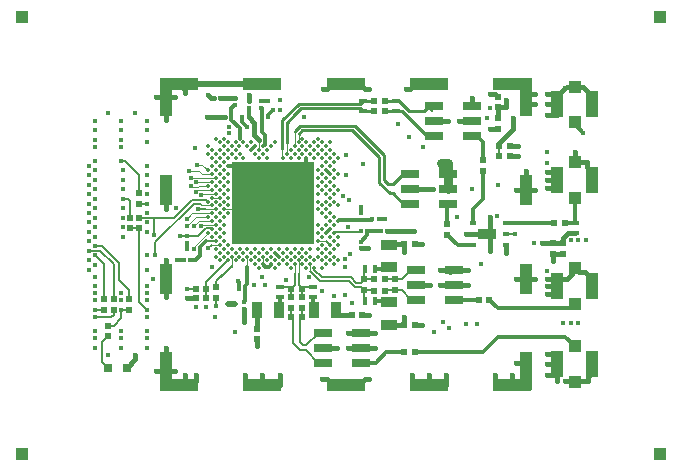
<source format=gtl>
G04 (created by PCBNEW (2013-07-07 BZR 4022)-stable) date 19/11/2015 00:50:25*
%MOIN*%
G04 Gerber Fmt 3.4, Leading zero omitted, Abs format*
%FSLAX34Y34*%
G01*
G70*
G90*
G04 APERTURE LIST*
%ADD10C,0.00590551*%
%ADD11R,0.0393701X0.0393701*%
%ADD12R,0.0413386X0.0866142*%
%ADD13R,0.0392X0.0392*%
%ADD14R,0.0195X0.0195*%
%ADD15R,0.0354X0.0551*%
%ADD16R,0.011811X0.0275591*%
%ADD17C,0.0137795*%
%ADD18R,0.275157X0.275157*%
%ADD19R,0.0137795X0.011811*%
%ADD20R,0.011811X0.0137795*%
%ADD21R,0.0551X0.0354*%
%ADD22R,0.0259X0.014*%
%ADD23R,0.014X0.0259*%
%ADD24R,0.0606299X0.0362205*%
%ADD25R,0.011811X0.015748*%
%ADD26R,0.023622X0.015748*%
%ADD27R,0.0649X0.0299*%
%ADD28R,0.129921X0.0393701*%
%ADD29R,0.0393701X0.129921*%
%ADD30R,0.0393701X0.102362*%
%ADD31R,0.0314X0.0314*%
%ADD32R,0.0649606X0.0299213*%
%ADD33C,0.015748*%
%ADD34C,0.015748*%
%ADD35C,0.011811*%
%ADD36C,0.019685*%
%ADD37C,0.00787402*%
%ADD38C,0.00393701*%
%ADD39C,0.0314961*%
%ADD40C,0.0129921*%
%ADD41C,0.00984252*%
G04 APERTURE END LIST*
G54D10*
G54D11*
X79448Y-50905D03*
X79448Y-52086D03*
G54D12*
X80029Y-51496D03*
X78868Y-51496D03*
G54D11*
X79448Y-48385D03*
X79448Y-49566D03*
G54D12*
X80029Y-48976D03*
X78868Y-48976D03*
G54D13*
X61023Y-60629D03*
X61023Y-46062D03*
X82283Y-60629D03*
X82283Y-46062D03*
G54D11*
X79448Y-58228D03*
X79448Y-57047D03*
G54D12*
X78868Y-57637D03*
X80029Y-57637D03*
G54D11*
X79448Y-54448D03*
X79448Y-55629D03*
G54D12*
X80029Y-55039D03*
X78868Y-55039D03*
G54D14*
X67165Y-55118D03*
X66811Y-55118D03*
G54D15*
X68837Y-55846D03*
X69587Y-55846D03*
X71497Y-55846D03*
X70747Y-55846D03*
G54D16*
X70346Y-51925D03*
X70523Y-51925D03*
X70169Y-51925D03*
X69992Y-51925D03*
X69283Y-51925D03*
X69460Y-51925D03*
X69814Y-51925D03*
X69637Y-51925D03*
X68220Y-51925D03*
X68397Y-51925D03*
X68574Y-51925D03*
X68751Y-51925D03*
X69106Y-51925D03*
X68929Y-51925D03*
X68929Y-51570D03*
X69106Y-51570D03*
X68751Y-51570D03*
X68574Y-51570D03*
X68397Y-51570D03*
X68220Y-51570D03*
X69637Y-51570D03*
X69814Y-51570D03*
X69460Y-51570D03*
X69283Y-51570D03*
X69992Y-51570D03*
X70169Y-51570D03*
X70523Y-51570D03*
X70346Y-51570D03*
X68929Y-51216D03*
X69106Y-51216D03*
X68751Y-51216D03*
X68574Y-51216D03*
X68397Y-51216D03*
X68220Y-51216D03*
X69637Y-51216D03*
X69814Y-51216D03*
X69460Y-51216D03*
X69283Y-51216D03*
X69992Y-51216D03*
X70169Y-51216D03*
X70523Y-51216D03*
X70346Y-51216D03*
X70346Y-52633D03*
X70523Y-52633D03*
X70169Y-52633D03*
X69992Y-52633D03*
X69283Y-52633D03*
X69460Y-52633D03*
X69814Y-52633D03*
X69637Y-52633D03*
X68220Y-52633D03*
X68397Y-52633D03*
X68574Y-52633D03*
X68751Y-52633D03*
X69106Y-52633D03*
X68929Y-52633D03*
X68929Y-52279D03*
X69106Y-52279D03*
X68751Y-52279D03*
X68574Y-52279D03*
X68397Y-52279D03*
X68220Y-52279D03*
X69637Y-52279D03*
X69814Y-52279D03*
X69460Y-52279D03*
X69283Y-52279D03*
X69992Y-52279D03*
X70169Y-52279D03*
X70523Y-52279D03*
X70346Y-52279D03*
X70346Y-52988D03*
X70523Y-52988D03*
X70169Y-52988D03*
X69992Y-52988D03*
X69283Y-52988D03*
X69460Y-52988D03*
X69814Y-52988D03*
X69637Y-52988D03*
X68220Y-52988D03*
X68397Y-52988D03*
X68574Y-52988D03*
X68751Y-52988D03*
X69106Y-52988D03*
X68929Y-52988D03*
X68929Y-53342D03*
X69106Y-53342D03*
X68751Y-53342D03*
X68574Y-53342D03*
X68397Y-53342D03*
X68220Y-53342D03*
X69637Y-53342D03*
X69814Y-53342D03*
X69460Y-53342D03*
X69283Y-53342D03*
X69992Y-53342D03*
X70169Y-53342D03*
G54D17*
X69187Y-50774D03*
X71285Y-50774D03*
X71547Y-50774D03*
X71022Y-50774D03*
X71416Y-50642D03*
X70760Y-50774D03*
X70498Y-50774D03*
X70236Y-50774D03*
X69974Y-50774D03*
X69711Y-50774D03*
X68925Y-50774D03*
X71285Y-50511D03*
X68400Y-50774D03*
X68138Y-50774D03*
X67876Y-50774D03*
X67614Y-50774D03*
X67351Y-50774D03*
X71153Y-50642D03*
X70891Y-50642D03*
X70629Y-50642D03*
X70367Y-50642D03*
X70105Y-50642D03*
X69842Y-50642D03*
X69056Y-50642D03*
X68794Y-50642D03*
X68269Y-50642D03*
X68007Y-50642D03*
X67745Y-50642D03*
X67483Y-50642D03*
X67220Y-50642D03*
X71022Y-50511D03*
X70760Y-50511D03*
X70498Y-50511D03*
X70236Y-50511D03*
X69974Y-50511D03*
X69187Y-50511D03*
X68925Y-50511D03*
X68662Y-50511D03*
X68138Y-50511D03*
X67876Y-50511D03*
X67614Y-50511D03*
X67351Y-50511D03*
X71152Y-50380D03*
X70890Y-50380D03*
X70628Y-50380D03*
X70366Y-50380D03*
X70103Y-50380D03*
X69317Y-50380D03*
X69055Y-50380D03*
X68792Y-50380D03*
X68530Y-50380D03*
X68268Y-50380D03*
X68006Y-50380D03*
X67744Y-50380D03*
X67219Y-50380D03*
X67483Y-50118D03*
X67745Y-50118D03*
X68269Y-50118D03*
X70367Y-50118D03*
X70891Y-50118D03*
X67614Y-50249D03*
X67876Y-50249D03*
X68138Y-50249D03*
X68400Y-50249D03*
X68662Y-50249D03*
X69449Y-50249D03*
X70236Y-50249D03*
X70498Y-50249D03*
X70760Y-50249D03*
X71022Y-50249D03*
X71285Y-50249D03*
X71285Y-51560D03*
X71022Y-51560D03*
X67876Y-51560D03*
X67614Y-51560D03*
X67351Y-51560D03*
X71416Y-51429D03*
X71153Y-51429D03*
X70891Y-51429D03*
X67745Y-51429D03*
X67483Y-51429D03*
X67219Y-51691D03*
X67481Y-51691D03*
X67744Y-51691D03*
X70890Y-51691D03*
X71152Y-51691D03*
X71414Y-51691D03*
X67351Y-51822D03*
X67614Y-51822D03*
X67876Y-51822D03*
X71022Y-51822D03*
X67483Y-51953D03*
X67745Y-51953D03*
X70891Y-51953D03*
X71153Y-51953D03*
X67351Y-52085D03*
X67614Y-52085D03*
X67876Y-52085D03*
X71285Y-51822D03*
X71416Y-51953D03*
X71285Y-52085D03*
X71547Y-51822D03*
X71285Y-51298D03*
X71547Y-51298D03*
X71022Y-51298D03*
X71416Y-51167D03*
X71285Y-51036D03*
X67876Y-51298D03*
X67614Y-51298D03*
X67351Y-51298D03*
X71153Y-51167D03*
X70891Y-51167D03*
X67745Y-51167D03*
X67483Y-51167D03*
X67220Y-51167D03*
X71022Y-51036D03*
X67876Y-51036D03*
X67614Y-51036D03*
X67351Y-51036D03*
X71414Y-50905D03*
X71152Y-50905D03*
X67744Y-50905D03*
X67481Y-50905D03*
X71547Y-52347D03*
X71285Y-52347D03*
X71022Y-52347D03*
X67876Y-52347D03*
X67614Y-52347D03*
X67351Y-52347D03*
X71416Y-52216D03*
X71153Y-52216D03*
X70891Y-52216D03*
X67745Y-52216D03*
X67483Y-52216D03*
X67220Y-52216D03*
X67481Y-52478D03*
X67744Y-52478D03*
X70890Y-52478D03*
X71152Y-52478D03*
X67351Y-52609D03*
X67614Y-52609D03*
X67876Y-52609D03*
X71022Y-52609D03*
X67220Y-52740D03*
X67483Y-52740D03*
X67745Y-52740D03*
X71153Y-52740D03*
X67351Y-52871D03*
X67614Y-52871D03*
X71285Y-52609D03*
X71416Y-52740D03*
X71547Y-52871D03*
X71285Y-52871D03*
X71547Y-53396D03*
X71285Y-53658D03*
X71547Y-53658D03*
X71022Y-53658D03*
X71416Y-53527D03*
X71285Y-53396D03*
X67876Y-53658D03*
X67614Y-53658D03*
X70891Y-53527D03*
X67745Y-53527D03*
X67483Y-53527D03*
X71022Y-53396D03*
X67614Y-53396D03*
X67351Y-53396D03*
X71414Y-53264D03*
X71152Y-53264D03*
X70890Y-53264D03*
X67744Y-53264D03*
X67481Y-53264D03*
X67219Y-53264D03*
X67483Y-53002D03*
X67745Y-53002D03*
X70891Y-53002D03*
X71153Y-53002D03*
X71416Y-53002D03*
X67351Y-53133D03*
X67614Y-53133D03*
X71022Y-53133D03*
X71285Y-53133D03*
X71285Y-53920D03*
X71022Y-53920D03*
X70498Y-53920D03*
X70236Y-53920D03*
X69974Y-53920D03*
X69711Y-53920D03*
X69449Y-53920D03*
X69187Y-53920D03*
X68925Y-53920D03*
X68662Y-53920D03*
X68400Y-53920D03*
X68138Y-53920D03*
X67876Y-53920D03*
X67614Y-53920D03*
X71416Y-53789D03*
X71153Y-53789D03*
X70891Y-53789D03*
X70629Y-53789D03*
X70367Y-53789D03*
X70105Y-53789D03*
X69842Y-53789D03*
X69580Y-53789D03*
X69318Y-53789D03*
X69056Y-53789D03*
X68794Y-53789D03*
X68531Y-53789D03*
X68269Y-53789D03*
X68007Y-53789D03*
X67745Y-53789D03*
X67483Y-53789D03*
X67481Y-54051D03*
X67744Y-54051D03*
X68006Y-54051D03*
X68268Y-54051D03*
X68530Y-54051D03*
X68792Y-54051D03*
X69055Y-54051D03*
X69317Y-54051D03*
X69579Y-54051D03*
X69841Y-54051D03*
X70103Y-54051D03*
X70366Y-54051D03*
X70628Y-54051D03*
X70890Y-54051D03*
X71152Y-54051D03*
X71414Y-54051D03*
X67614Y-54182D03*
X67876Y-54182D03*
X68138Y-54182D03*
X68400Y-54182D03*
X68662Y-54182D03*
X68925Y-54182D03*
X69187Y-54182D03*
X69449Y-54182D03*
X69711Y-54182D03*
X69974Y-54182D03*
X70236Y-54182D03*
X70498Y-54182D03*
X70760Y-54182D03*
X71022Y-54182D03*
X68794Y-54313D03*
X69056Y-54313D03*
X69318Y-54313D03*
X69580Y-54313D03*
X69842Y-54313D03*
X70105Y-54313D03*
X70367Y-54313D03*
X70629Y-54313D03*
X71153Y-54313D03*
X68925Y-54444D03*
X71285Y-54182D03*
X69449Y-54444D03*
X69974Y-54444D03*
X70498Y-54444D03*
X70760Y-54444D03*
X71416Y-54313D03*
X71022Y-54444D03*
X71547Y-54182D03*
G54D18*
X69372Y-52279D03*
G54D16*
X70523Y-53342D03*
X70346Y-53342D03*
G54D19*
X66515Y-53592D03*
X66515Y-53375D03*
G54D20*
X66407Y-54153D03*
X66624Y-54153D03*
X68356Y-49389D03*
X68572Y-49389D03*
X68454Y-55118D03*
X68238Y-55118D03*
X67411Y-48779D03*
X67627Y-48779D03*
G54D19*
X72303Y-53769D03*
X72303Y-53553D03*
X68129Y-48986D03*
X68129Y-48769D03*
G54D20*
X72903Y-52814D03*
X72687Y-52814D03*
G54D19*
X72322Y-52608D03*
X72322Y-52824D03*
G54D20*
X68001Y-49389D03*
X67785Y-49389D03*
G54D19*
X68996Y-49084D03*
X68996Y-48868D03*
G54D20*
X69005Y-49389D03*
X69222Y-49389D03*
X73198Y-53208D03*
X72982Y-53208D03*
G54D21*
X73248Y-53660D03*
X73248Y-54410D03*
X73248Y-56319D03*
X73248Y-55569D03*
G54D14*
X76870Y-49074D03*
X76870Y-48720D03*
X76870Y-49448D03*
X76870Y-49802D03*
X78760Y-52933D03*
X79114Y-52933D03*
X75196Y-52972D03*
X75196Y-53326D03*
X76377Y-50846D03*
X76377Y-51200D03*
X72765Y-54793D03*
X73119Y-54793D03*
X76240Y-55492D03*
X76594Y-55492D03*
G54D19*
X68582Y-49084D03*
X68582Y-48868D03*
G54D14*
X64921Y-53110D03*
X64921Y-52756D03*
G54D19*
X68405Y-55580D03*
X68405Y-55797D03*
G54D14*
X67500Y-55078D03*
X67500Y-55432D03*
X73760Y-53641D03*
X74114Y-53641D03*
X72431Y-55167D03*
X72431Y-54813D03*
X73454Y-55167D03*
X73454Y-54813D03*
X73760Y-56318D03*
X74114Y-56318D03*
X72765Y-55187D03*
X73119Y-55187D03*
X67165Y-55433D03*
X66811Y-55433D03*
X70354Y-55413D03*
X70354Y-55767D03*
X69980Y-55413D03*
X69980Y-55767D03*
X69990Y-56062D03*
X70344Y-56062D03*
X69990Y-55118D03*
X70344Y-55118D03*
X73760Y-57244D03*
X74114Y-57244D03*
X72008Y-55984D03*
X72362Y-55984D03*
X68838Y-56456D03*
X68838Y-56810D03*
G54D20*
X72312Y-53208D03*
X72529Y-53208D03*
G54D22*
X70708Y-55406D03*
X70708Y-55066D03*
G54D23*
X72778Y-55521D03*
X72438Y-55521D03*
X72778Y-54458D03*
X72438Y-54458D03*
G54D22*
X69625Y-55406D03*
X69625Y-55066D03*
G54D14*
X76929Y-50354D03*
X77283Y-50354D03*
G54D24*
X76515Y-53307D03*
G54D25*
X76614Y-53877D03*
X76614Y-52736D03*
G54D26*
X77165Y-52933D03*
X77165Y-53307D03*
X77165Y-53681D03*
X76062Y-53681D03*
X76062Y-53307D03*
X76062Y-52933D03*
G54D14*
X76929Y-50708D03*
X77283Y-50708D03*
G54D27*
X75211Y-51791D03*
X73960Y-52291D03*
X73960Y-51791D03*
X73960Y-51291D03*
X75211Y-51291D03*
X75211Y-52291D03*
G54D14*
X64921Y-51929D03*
X64921Y-52283D03*
X64606Y-53110D03*
X64606Y-52756D03*
X64586Y-55826D03*
X64586Y-55472D03*
X64074Y-55826D03*
X64074Y-55472D03*
X63740Y-55826D03*
X63740Y-55472D03*
G54D28*
X71811Y-58326D03*
X71811Y-48287D03*
X77362Y-58326D03*
G54D29*
X77814Y-57874D03*
G54D28*
X66259Y-58326D03*
G54D29*
X65807Y-57874D03*
X77814Y-48740D03*
G54D28*
X77362Y-48287D03*
X66259Y-48287D03*
G54D29*
X65807Y-48740D03*
G54D28*
X74586Y-48287D03*
X69035Y-48287D03*
X69035Y-58326D03*
G54D30*
X65807Y-51830D03*
X65807Y-54783D03*
X77814Y-51830D03*
X77814Y-54783D03*
G54D28*
X74586Y-58326D03*
G54D14*
X63877Y-56358D03*
X63877Y-56712D03*
G54D31*
X64507Y-57755D03*
X63877Y-57755D03*
G54D32*
X74167Y-55490D03*
X74167Y-54490D03*
X75419Y-55490D03*
X75419Y-54490D03*
X75419Y-54990D03*
X74167Y-54990D03*
X71066Y-57586D03*
X71066Y-56586D03*
X72318Y-57586D03*
X72318Y-56586D03*
X72318Y-57086D03*
X71066Y-57086D03*
X74767Y-50047D03*
X74767Y-49047D03*
X76019Y-50047D03*
X76019Y-49047D03*
X76019Y-49547D03*
X74767Y-49547D03*
G54D14*
X72756Y-49192D03*
X73110Y-49192D03*
X72756Y-48877D03*
X73110Y-48877D03*
G54D22*
X72381Y-49205D03*
X72381Y-48865D03*
X73484Y-49205D03*
X73484Y-48865D03*
G54D14*
X79055Y-53602D03*
X79055Y-53956D03*
X78720Y-53602D03*
X78720Y-53956D03*
G54D22*
X79448Y-53260D03*
X79448Y-52920D03*
G54D33*
X69625Y-48818D03*
X68582Y-48681D03*
X67874Y-48779D03*
X69212Y-48858D03*
X71830Y-50669D03*
X71929Y-52165D03*
X71023Y-55196D03*
X71712Y-52027D03*
X72529Y-53759D03*
X68110Y-55629D03*
X67893Y-55629D03*
X70413Y-49409D03*
X74074Y-53208D03*
X63464Y-55511D03*
X64330Y-55511D03*
X65196Y-55511D03*
X68405Y-56240D03*
X73759Y-53897D03*
X71791Y-55984D03*
X73759Y-56062D03*
X68838Y-56240D03*
X69625Y-49153D03*
X71417Y-55374D03*
X67913Y-49724D03*
X72401Y-50964D03*
X73129Y-52814D03*
X75826Y-56299D03*
X78503Y-50570D03*
X78366Y-53602D03*
X77165Y-53917D03*
X76870Y-51653D03*
X77165Y-48838D03*
X65196Y-55826D03*
X64330Y-55826D03*
X63464Y-55826D03*
G54D17*
X70890Y-53264D03*
X69580Y-54313D03*
X70629Y-53789D03*
X68662Y-50249D03*
X67745Y-52216D03*
G54D33*
X63267Y-53858D03*
X63464Y-51496D03*
G54D17*
X67614Y-51036D03*
G54D33*
X63267Y-51338D03*
G54D17*
X67745Y-51167D03*
G54D33*
X63267Y-51023D03*
G54D17*
X67744Y-51691D03*
G54D33*
X63464Y-52125D03*
G54D17*
X67481Y-51691D03*
G54D33*
X65196Y-51023D03*
X66850Y-50984D03*
G54D17*
X67614Y-51298D03*
G54D33*
X63267Y-51653D03*
X63464Y-51811D03*
G54D17*
X67745Y-51429D03*
G54D33*
X63464Y-51181D03*
G54D17*
X67876Y-51560D03*
G54D33*
X66574Y-51200D03*
X64370Y-51181D03*
X65196Y-51338D03*
X66653Y-51417D03*
G54D17*
X67614Y-51560D03*
G54D33*
X63267Y-51968D03*
X66811Y-51574D03*
X64370Y-51496D03*
X63267Y-53228D03*
G54D17*
X67745Y-53527D03*
G54D33*
X64370Y-53385D03*
G54D17*
X67614Y-53396D03*
G54D33*
X63267Y-52283D03*
G54D17*
X67745Y-52740D03*
G54D33*
X63464Y-52440D03*
G54D17*
X67483Y-52740D03*
X67744Y-53264D03*
G54D33*
X63464Y-53385D03*
G54D17*
X67481Y-53264D03*
G54D33*
X65196Y-53228D03*
X63267Y-52913D03*
G54D17*
X67614Y-53133D03*
G54D33*
X63464Y-53070D03*
X66751Y-53799D03*
X63464Y-52755D03*
G54D17*
X67745Y-53002D03*
G54D33*
X66988Y-53031D03*
X64370Y-53070D03*
X63267Y-52598D03*
G54D17*
X67614Y-52871D03*
G54D33*
X65196Y-52913D03*
X66751Y-53031D03*
X66988Y-51988D03*
X65196Y-51968D03*
X66515Y-52795D03*
X65196Y-52598D03*
X66811Y-51889D03*
X64370Y-51811D03*
X64370Y-52440D03*
G54D17*
X67876Y-52609D03*
G54D33*
X63464Y-54330D03*
X67500Y-55688D03*
X65393Y-54803D03*
X67165Y-55728D03*
X66811Y-55728D03*
X63267Y-54488D03*
X63267Y-54173D03*
X66535Y-55118D03*
X75039Y-56220D03*
X75255Y-56437D03*
X76181Y-56299D03*
X74763Y-56555D03*
X78503Y-51771D03*
X78503Y-51220D03*
X78503Y-51496D03*
X78503Y-50925D03*
X78720Y-54192D03*
X78090Y-53602D03*
X78503Y-54527D03*
X76003Y-51791D03*
X73562Y-49625D03*
X73917Y-50059D03*
X74370Y-50413D03*
X75570Y-49547D03*
X75216Y-49547D03*
X76023Y-48759D03*
X71515Y-57086D03*
X71870Y-57086D03*
X72775Y-57086D03*
X71870Y-56594D03*
X72775Y-56594D03*
X74960Y-54488D03*
X75885Y-54488D03*
X75885Y-55000D03*
X74960Y-55000D03*
X74625Y-55000D03*
X64783Y-57342D03*
X64330Y-50866D03*
X63877Y-57342D03*
X63464Y-56062D03*
X65196Y-55275D03*
X65196Y-56535D03*
X64330Y-56535D03*
X63464Y-56535D03*
X63464Y-57086D03*
X63464Y-56771D03*
X64330Y-57086D03*
X64330Y-56771D03*
X65196Y-56771D03*
X65196Y-57086D03*
X65196Y-56062D03*
X65196Y-55039D03*
X63464Y-55275D03*
X63464Y-55039D03*
X63464Y-54724D03*
X63464Y-50866D03*
X64330Y-50393D03*
X63464Y-50393D03*
X64783Y-49271D03*
X63877Y-49271D03*
X64330Y-50157D03*
X63464Y-50157D03*
X65196Y-49842D03*
X63464Y-49842D03*
X64330Y-49842D03*
X63464Y-49527D03*
X64330Y-49527D03*
X65196Y-49527D03*
X67460Y-56062D03*
X66141Y-52421D03*
X71791Y-55334D03*
X66122Y-57874D03*
X65492Y-57874D03*
X66830Y-58011D03*
X66456Y-58011D03*
X69606Y-58011D03*
X68464Y-58011D03*
X69035Y-58011D03*
X72578Y-58129D03*
X71003Y-58129D03*
X75157Y-58011D03*
X74015Y-58011D03*
X74586Y-58011D03*
X77500Y-57598D03*
X76791Y-58011D03*
X77362Y-58011D03*
X77500Y-54783D03*
X78129Y-54783D03*
X77814Y-51200D03*
X78129Y-51830D03*
X77500Y-51830D03*
X78129Y-48976D03*
X78129Y-48622D03*
X73818Y-48464D03*
X72578Y-48464D03*
X71043Y-48464D03*
X66456Y-48602D03*
X65492Y-48740D03*
X66122Y-48740D03*
X78503Y-49330D03*
X78503Y-48622D03*
X79133Y-48444D03*
X79763Y-48444D03*
X78503Y-48976D03*
X79330Y-53503D03*
X79842Y-50905D03*
X79448Y-50551D03*
X79192Y-54803D03*
X78503Y-54803D03*
X78503Y-55295D03*
X78503Y-55039D03*
X79566Y-56259D03*
X78503Y-57283D03*
X78503Y-57992D03*
X79881Y-58188D03*
X78858Y-58188D03*
X79133Y-58188D03*
X78503Y-57637D03*
X68838Y-57047D03*
X72598Y-55984D03*
X77539Y-50708D03*
X76850Y-52696D03*
X76318Y-54291D03*
X75807Y-53307D03*
X76614Y-52972D03*
X76614Y-53641D03*
X76515Y-53307D03*
X77539Y-50354D03*
X76614Y-49783D03*
X76614Y-48641D03*
X76515Y-49448D03*
X76614Y-49114D03*
X66535Y-55433D03*
X65807Y-49507D03*
X65807Y-57106D03*
X65807Y-55413D03*
X65807Y-54153D03*
X65807Y-52460D03*
X66515Y-53799D03*
X66181Y-54153D03*
X74350Y-53641D03*
X74360Y-56328D03*
X75531Y-52716D03*
X74980Y-50925D03*
X74724Y-51791D03*
X75216Y-50925D03*
X67185Y-49389D03*
X69389Y-49153D03*
X68523Y-49744D03*
X67204Y-48661D03*
G54D17*
X69974Y-50511D03*
G54D33*
X69763Y-51062D03*
X69763Y-51338D03*
X69488Y-51338D03*
X70039Y-51062D03*
X70314Y-51614D03*
X70314Y-52165D03*
X70039Y-52716D03*
X70314Y-52992D03*
X70039Y-52992D03*
X69763Y-52992D03*
X69232Y-52992D03*
X68700Y-52992D03*
X68149Y-52992D03*
X68700Y-52165D03*
X68425Y-51062D03*
X68700Y-51614D03*
X68700Y-51338D03*
X68700Y-51062D03*
X69232Y-51062D03*
X68956Y-51062D03*
X69488Y-51062D03*
X68956Y-51338D03*
X69232Y-51338D03*
X68425Y-51338D03*
X70039Y-51338D03*
X70314Y-51338D03*
X70590Y-51338D03*
X70590Y-51614D03*
X70039Y-51614D03*
X69763Y-51614D03*
X68425Y-51614D03*
X69232Y-51614D03*
X68956Y-51614D03*
X69488Y-51614D03*
X69488Y-52165D03*
X68956Y-52165D03*
X69232Y-52165D03*
X68425Y-52165D03*
X69763Y-52165D03*
X70039Y-52165D03*
X70590Y-52165D03*
X70590Y-51889D03*
X70314Y-51889D03*
X70039Y-51889D03*
X69763Y-51889D03*
X68425Y-51889D03*
X68700Y-51889D03*
X69232Y-51889D03*
X68956Y-51889D03*
X69488Y-51889D03*
X69488Y-52992D03*
X68956Y-52992D03*
X68425Y-52992D03*
X70039Y-53267D03*
X69763Y-53267D03*
X68149Y-53267D03*
X68425Y-53267D03*
X68700Y-53267D03*
X69232Y-53267D03*
X68956Y-53267D03*
X69488Y-53267D03*
X69488Y-52716D03*
X68956Y-52716D03*
X69232Y-52716D03*
X68700Y-52716D03*
X68425Y-52716D03*
X69763Y-52716D03*
X70314Y-52716D03*
X70314Y-52440D03*
X70039Y-52440D03*
X69763Y-52440D03*
X68149Y-52440D03*
X68425Y-52440D03*
X68700Y-52440D03*
X69232Y-52440D03*
X68956Y-52440D03*
X69488Y-52440D03*
X72322Y-52401D03*
X71811Y-51338D03*
G54D17*
X70760Y-54182D03*
G54D33*
X71791Y-54133D03*
G54D17*
X70891Y-53789D03*
G54D33*
X68228Y-54881D03*
G54D17*
X68662Y-54182D03*
X69056Y-54313D03*
G54D33*
X71968Y-53976D03*
X69015Y-54724D03*
X69114Y-55000D03*
X69822Y-54842D03*
X71870Y-53070D03*
G54D17*
X71416Y-53527D03*
X71285Y-53133D03*
X71285Y-52871D03*
X70760Y-50774D03*
X70105Y-50642D03*
X69187Y-50774D03*
X69056Y-50642D03*
X68792Y-50380D03*
X68400Y-50249D03*
G54D33*
X67913Y-49940D03*
G54D17*
X68400Y-53920D03*
X67351Y-53396D03*
X67483Y-51167D03*
X67614Y-51822D03*
X67876Y-52085D03*
G54D33*
X67224Y-53779D03*
G54D17*
X67745Y-51953D03*
G54D33*
X64330Y-55275D03*
X77401Y-49448D03*
X65196Y-54015D03*
X77460Y-53307D03*
X65452Y-54015D03*
X63464Y-53700D03*
X66653Y-51712D03*
X65196Y-51653D03*
X66515Y-53031D03*
X64370Y-52755D03*
G54D17*
X71022Y-50249D03*
G54D33*
X79724Y-49921D03*
G54D17*
X70760Y-50249D03*
X70628Y-50380D03*
X70891Y-50118D03*
X69187Y-50511D03*
X71153Y-51429D03*
X69449Y-54444D03*
X69317Y-50380D03*
X69449Y-50249D03*
X68268Y-50380D03*
X68794Y-50642D03*
G54D33*
X70590Y-54744D03*
G54D17*
X68925Y-53920D03*
X69579Y-54051D03*
X68925Y-54182D03*
G54D33*
X72027Y-55590D03*
G54D17*
X71416Y-51167D03*
X70891Y-51167D03*
X68400Y-50774D03*
X70890Y-54051D03*
X69187Y-53920D03*
G54D33*
X68740Y-55000D03*
X68110Y-56574D03*
G54D17*
X69056Y-53789D03*
G54D33*
X66889Y-52460D03*
X66968Y-53996D03*
G54D17*
X67744Y-50905D03*
X67614Y-52085D03*
X71153Y-51167D03*
X70891Y-51429D03*
X71022Y-51036D03*
X71022Y-53658D03*
X68531Y-53789D03*
X68400Y-54182D03*
X67614Y-52609D03*
G54D33*
X66299Y-53366D03*
X66771Y-50433D03*
G54D17*
X67876Y-51298D03*
X67876Y-51822D03*
X71153Y-52740D03*
X71022Y-53396D03*
X71285Y-53658D03*
X71153Y-53002D03*
X71285Y-53396D03*
G54D33*
X72736Y-53208D03*
G54D17*
X71022Y-53133D03*
X68007Y-53789D03*
X67745Y-53789D03*
G54D33*
X79822Y-53503D03*
G54D17*
X68268Y-54051D03*
G54D33*
X79055Y-56259D03*
X79566Y-53503D03*
G54D17*
X68138Y-54182D03*
G54D33*
X79311Y-56259D03*
X71791Y-54389D03*
G54D17*
X69318Y-53789D03*
G54D33*
X63464Y-54015D03*
G54D17*
X68138Y-53920D03*
X68530Y-50380D03*
G54D33*
X65196Y-50236D03*
X65413Y-53346D03*
G54D17*
X67483Y-52216D03*
G54D33*
X64370Y-52125D03*
G54D17*
X67614Y-52347D03*
G54D33*
X65196Y-52283D03*
X65196Y-54488D03*
G54D17*
X71022Y-53920D03*
G54D33*
X63267Y-53543D03*
X67342Y-54409D03*
G54D17*
X67876Y-52347D03*
G54D34*
X68582Y-48681D02*
X68582Y-48868D01*
G54D35*
X69202Y-48868D02*
X69212Y-48858D01*
X68996Y-48868D02*
X69202Y-48868D01*
G54D34*
X67874Y-48779D02*
X68120Y-48779D01*
X68120Y-48779D02*
X68129Y-48769D01*
X67627Y-48779D02*
X67874Y-48779D01*
X72303Y-53769D02*
X72519Y-53769D01*
X72519Y-53769D02*
X72529Y-53759D01*
X72529Y-53759D02*
X72539Y-53759D01*
G54D36*
X67893Y-55629D02*
X68011Y-55629D01*
X68011Y-55629D02*
X68110Y-55629D01*
G54D34*
X73198Y-53208D02*
X74074Y-53208D01*
X68405Y-56240D02*
X68405Y-55797D01*
X73760Y-53897D02*
X73759Y-53897D01*
X73760Y-53897D02*
X73760Y-53641D01*
X73760Y-56063D02*
X73759Y-56062D01*
X73760Y-56318D02*
X73760Y-56063D01*
X68838Y-56240D02*
X68838Y-55847D01*
X68838Y-55847D02*
X68837Y-55846D01*
X68838Y-56456D02*
X68838Y-56240D01*
X71791Y-55984D02*
X71634Y-55984D01*
X71634Y-55984D02*
X71497Y-55846D01*
X72008Y-55984D02*
X71791Y-55984D01*
X73248Y-53640D02*
X73759Y-53640D01*
G54D37*
X73759Y-53640D02*
X73760Y-53641D01*
G54D34*
X73760Y-56318D02*
X73602Y-56318D01*
X73602Y-56318D02*
X73249Y-56318D01*
X73249Y-56318D02*
X73248Y-56319D01*
G54D35*
X72903Y-52814D02*
X73129Y-52814D01*
G54D34*
X68838Y-55906D02*
X68837Y-55905D01*
X78720Y-53602D02*
X78366Y-53602D01*
X78366Y-53602D02*
X78366Y-53602D01*
X79055Y-53602D02*
X78720Y-53602D01*
X79448Y-53260D02*
X79219Y-53260D01*
X79055Y-53425D02*
X79055Y-53602D01*
X79219Y-53260D02*
X79055Y-53425D01*
X78366Y-53602D02*
X78366Y-53602D01*
X77165Y-53917D02*
X77165Y-53681D01*
X76870Y-49448D02*
X76870Y-49074D01*
X76870Y-49074D02*
X77165Y-49074D01*
X77165Y-49074D02*
X77165Y-48838D01*
X77165Y-49074D02*
X77165Y-49074D01*
G54D37*
X63877Y-56358D02*
X64074Y-56358D01*
X64330Y-56102D02*
X64330Y-55826D01*
X64074Y-56358D02*
X64330Y-56102D01*
X64921Y-53110D02*
X64921Y-55551D01*
X64921Y-55551D02*
X65196Y-55826D01*
X64606Y-53110D02*
X64921Y-53110D01*
X64330Y-55826D02*
X64586Y-55826D01*
G54D10*
X64586Y-55826D02*
X64586Y-55826D01*
G54D37*
X63464Y-55826D02*
X63739Y-55826D01*
X63739Y-55826D02*
X63740Y-55826D01*
G54D10*
X64074Y-55472D02*
X64074Y-54311D01*
X63622Y-53858D02*
X63267Y-53858D01*
X64074Y-54311D02*
X63622Y-53858D01*
G54D38*
X67210Y-51167D02*
X67220Y-51167D01*
X67210Y-51167D02*
X67027Y-50984D01*
X67027Y-50984D02*
X66850Y-50984D01*
X67026Y-51298D02*
X66929Y-51200D01*
X66929Y-51200D02*
X66574Y-51200D01*
X67038Y-51298D02*
X67026Y-51298D01*
X67351Y-51298D02*
X67038Y-51298D01*
X67038Y-51298D02*
X67037Y-51299D01*
X66665Y-51429D02*
X67483Y-51429D01*
X66665Y-51429D02*
X66653Y-51417D01*
X67351Y-51560D02*
X66825Y-51560D01*
X66825Y-51560D02*
X66811Y-51574D01*
X66748Y-53736D02*
X67219Y-53264D01*
X66748Y-53795D02*
X66751Y-53799D01*
X66748Y-53736D02*
X66748Y-53795D01*
X67483Y-53002D02*
X67016Y-53002D01*
X67016Y-53002D02*
X66988Y-53031D01*
X67016Y-53002D02*
X66988Y-53031D01*
X66911Y-52871D02*
X66751Y-53031D01*
X67351Y-52871D02*
X66911Y-52871D01*
X67483Y-51953D02*
X67022Y-51953D01*
X67022Y-51953D02*
X66988Y-51988D01*
X67351Y-52609D02*
X66701Y-52609D01*
X66701Y-52609D02*
X66515Y-52795D01*
X66877Y-51822D02*
X66811Y-51889D01*
X67351Y-51822D02*
X66877Y-51822D01*
G54D37*
X67500Y-55688D02*
X67500Y-55432D01*
X66811Y-55118D02*
X66535Y-55118D01*
G54D34*
X78868Y-51771D02*
X78503Y-51771D01*
X78868Y-51220D02*
X78503Y-51220D01*
X78868Y-51496D02*
X78503Y-51496D01*
X78720Y-53956D02*
X78720Y-54192D01*
X79055Y-53956D02*
X78720Y-53956D01*
X76018Y-49547D02*
X75571Y-49547D01*
X75571Y-49547D02*
X75570Y-49547D01*
X74767Y-49547D02*
X75216Y-49547D01*
X75216Y-49547D02*
X75216Y-49547D01*
X76018Y-49047D02*
X76018Y-48764D01*
X76018Y-48764D02*
X76023Y-48759D01*
X71066Y-57087D02*
X71515Y-57087D01*
X71515Y-57087D02*
X71515Y-57086D01*
X72317Y-57087D02*
X71870Y-57087D01*
X71870Y-57087D02*
X71870Y-57086D01*
X72317Y-57087D02*
X72775Y-57087D01*
X72775Y-57087D02*
X72775Y-57086D01*
X72317Y-56587D02*
X71877Y-56587D01*
X71877Y-56587D02*
X71870Y-56594D01*
X72317Y-56587D02*
X72768Y-56587D01*
X72768Y-56587D02*
X72775Y-56594D01*
X75418Y-54490D02*
X74963Y-54490D01*
X74963Y-54490D02*
X74960Y-54488D01*
X75418Y-54490D02*
X75883Y-54490D01*
X75883Y-54490D02*
X75885Y-54488D01*
X75418Y-54990D02*
X75876Y-54990D01*
X75876Y-54990D02*
X75885Y-55000D01*
X75418Y-54990D02*
X74970Y-54990D01*
X74970Y-54990D02*
X74960Y-55000D01*
X75300Y-54552D02*
X75295Y-54547D01*
X74167Y-54990D02*
X74616Y-54990D01*
X74616Y-54990D02*
X74625Y-55000D01*
X64783Y-57342D02*
X64783Y-57480D01*
X64783Y-57480D02*
X64507Y-57755D01*
G54D37*
X64921Y-51929D02*
X64921Y-51338D01*
X64783Y-51200D02*
X64448Y-50866D01*
X64448Y-50866D02*
X64330Y-50866D01*
X64921Y-51338D02*
X64783Y-51200D01*
X63464Y-56062D02*
X63996Y-56062D01*
X64074Y-55984D02*
X64074Y-55826D01*
X63996Y-56062D02*
X64074Y-55984D01*
G54D34*
X77814Y-48740D02*
X77814Y-48287D01*
X77814Y-48287D02*
X77362Y-48287D01*
X66122Y-57874D02*
X65807Y-57874D01*
X65492Y-57874D02*
X65807Y-57874D01*
X66712Y-58326D02*
X66830Y-58208D01*
X66830Y-58208D02*
X66830Y-58011D01*
X66259Y-58326D02*
X66712Y-58326D01*
X66456Y-58129D02*
X66456Y-58011D01*
X66259Y-58326D02*
X66456Y-58129D01*
X69606Y-58326D02*
X69606Y-58011D01*
X68464Y-58326D02*
X68464Y-58011D01*
X69035Y-58011D02*
X69035Y-58326D01*
X72263Y-58326D02*
X72460Y-58129D01*
X72460Y-58129D02*
X72578Y-58129D01*
X72263Y-58326D02*
X71811Y-58326D01*
X71377Y-58326D02*
X71181Y-58129D01*
X71181Y-58129D02*
X71003Y-58129D01*
X71377Y-58326D02*
X71811Y-58326D01*
X75157Y-58326D02*
X75157Y-58011D01*
X74015Y-58326D02*
X74015Y-58011D01*
X74586Y-58011D02*
X74586Y-58326D01*
X77500Y-57598D02*
X77814Y-57598D01*
X76791Y-58326D02*
X76791Y-58011D01*
X77362Y-58011D02*
X77362Y-58326D01*
X77500Y-54783D02*
X77814Y-54783D01*
X78129Y-54783D02*
X77814Y-54783D01*
X77814Y-51200D02*
X77814Y-51830D01*
X78129Y-51830D02*
X77814Y-51830D01*
X77500Y-51830D02*
X77814Y-51830D01*
X77814Y-48976D02*
X78129Y-48976D01*
X77814Y-48622D02*
X78129Y-48622D01*
X74114Y-48287D02*
X73937Y-48464D01*
X73937Y-48464D02*
X73818Y-48464D01*
X74586Y-48287D02*
X74114Y-48287D01*
X72263Y-48287D02*
X72440Y-48464D01*
X72440Y-48464D02*
X72578Y-48464D01*
X72263Y-48287D02*
X71811Y-48287D01*
X71377Y-48287D02*
X71200Y-48464D01*
X71200Y-48464D02*
X71043Y-48464D01*
X71377Y-48287D02*
X71811Y-48287D01*
X66456Y-48484D02*
X66456Y-48602D01*
X66259Y-48287D02*
X66456Y-48484D01*
X65492Y-48740D02*
X65807Y-48740D01*
X66122Y-48740D02*
X65807Y-48740D01*
G54D36*
X66259Y-48287D02*
X69035Y-48287D01*
G54D34*
X78868Y-49330D02*
X78503Y-49330D01*
X78868Y-48622D02*
X78503Y-48622D01*
X78868Y-48976D02*
X78868Y-48710D01*
X79192Y-48385D02*
X79133Y-48444D01*
X79192Y-48385D02*
X79448Y-48385D01*
X78868Y-48710D02*
X79133Y-48444D01*
X80029Y-48976D02*
X80029Y-48710D01*
X80029Y-48710D02*
X79763Y-48444D01*
X79704Y-48385D02*
X79448Y-48385D01*
X79704Y-48385D02*
X79763Y-48444D01*
X78868Y-48976D02*
X78503Y-48976D01*
X79448Y-50905D02*
X79842Y-50905D01*
X80029Y-51250D02*
X79842Y-51062D01*
X79842Y-51062D02*
X79842Y-50905D01*
X80029Y-51250D02*
X80029Y-51496D01*
X79448Y-50905D02*
X79448Y-50551D01*
X79448Y-54448D02*
X79468Y-54448D01*
X80029Y-54812D02*
X80029Y-55039D01*
X79783Y-54566D02*
X80029Y-54812D01*
X79586Y-54566D02*
X79783Y-54566D01*
X79468Y-54448D02*
X79586Y-54566D01*
X79192Y-54803D02*
X79350Y-54645D01*
X78868Y-54803D02*
X78503Y-54803D01*
X79192Y-54803D02*
X78503Y-54803D01*
X79350Y-54547D02*
X79448Y-54448D01*
X79350Y-54645D02*
X79350Y-54547D01*
X78868Y-55295D02*
X78503Y-55295D01*
X78868Y-55039D02*
X78503Y-55039D01*
X78868Y-57283D02*
X78503Y-57283D01*
X78868Y-57992D02*
X78503Y-57992D01*
X79881Y-58188D02*
X79488Y-58188D01*
X80029Y-57923D02*
X79881Y-58070D01*
X79881Y-58070D02*
X79881Y-58188D01*
X80029Y-57637D02*
X80029Y-57923D01*
X79488Y-58188D02*
X79448Y-58228D01*
X78868Y-57637D02*
X78868Y-58179D01*
X78868Y-58179D02*
X78858Y-58188D01*
X79133Y-58188D02*
X79409Y-58188D01*
X79409Y-58188D02*
X79448Y-58228D01*
X78868Y-57637D02*
X78503Y-57637D01*
X68838Y-56810D02*
X68838Y-57047D01*
X72362Y-55984D02*
X72598Y-55984D01*
X77283Y-50708D02*
X77539Y-50708D01*
X76062Y-53307D02*
X75807Y-53307D01*
X76062Y-53307D02*
X76515Y-53307D01*
X76614Y-52972D02*
X76614Y-53208D01*
X76614Y-52736D02*
X76614Y-52972D01*
X76614Y-53208D02*
X76515Y-53307D01*
X76614Y-53641D02*
X76614Y-53405D01*
X76614Y-53877D02*
X76614Y-53641D01*
X76614Y-53405D02*
X76515Y-53307D01*
X77283Y-50354D02*
X77539Y-50354D01*
X76870Y-49802D02*
X76633Y-49802D01*
X76633Y-49802D02*
X76614Y-49783D01*
X76870Y-48720D02*
X76870Y-48720D01*
X76791Y-48641D02*
X76614Y-48641D01*
X76870Y-48720D02*
X76791Y-48641D01*
X66811Y-55433D02*
X66535Y-55433D01*
X65807Y-48740D02*
X65807Y-49507D01*
X65807Y-57106D02*
X65807Y-57874D01*
X65807Y-54783D02*
X65807Y-55413D01*
X65807Y-54783D02*
X65807Y-54153D01*
X65807Y-51830D02*
X65807Y-52460D01*
G54D35*
X66515Y-53592D02*
X66515Y-53799D01*
X66407Y-54153D02*
X66181Y-54153D01*
G54D34*
X74114Y-53641D02*
X74350Y-53641D01*
X74114Y-56318D02*
X74350Y-56318D01*
X74350Y-56318D02*
X74360Y-56328D01*
G54D38*
X67744Y-52478D02*
X69084Y-52478D01*
X69084Y-52478D02*
X69283Y-52279D01*
G54D39*
X75211Y-51291D02*
X75211Y-50930D01*
X75211Y-50930D02*
X75206Y-50925D01*
G54D34*
X74975Y-51291D02*
X74975Y-50930D01*
X74975Y-50930D02*
X74980Y-50925D01*
G54D39*
X75206Y-50925D02*
X74980Y-50925D01*
G54D34*
X73960Y-51791D02*
X74723Y-51791D01*
X74723Y-51791D02*
X74724Y-51791D01*
G54D39*
X75211Y-51291D02*
X75211Y-51791D01*
G54D34*
X75211Y-50930D02*
X75216Y-50925D01*
X67785Y-49389D02*
X67185Y-49389D01*
G54D35*
X69222Y-49389D02*
X69222Y-49320D01*
X69222Y-49320D02*
X69389Y-49153D01*
X68356Y-49389D02*
X68356Y-49576D01*
X68356Y-49576D02*
X68523Y-49744D01*
G54D34*
X67411Y-48779D02*
X67322Y-48779D01*
X67322Y-48779D02*
X67204Y-48661D01*
G54D35*
X70498Y-50774D02*
X70498Y-51418D01*
X70498Y-51418D02*
X70346Y-51570D01*
X72322Y-52608D02*
X72322Y-52401D01*
G54D37*
X70891Y-53789D02*
X70881Y-53789D01*
G54D35*
X68238Y-55118D02*
X68238Y-54891D01*
X68238Y-54891D02*
X68228Y-54881D01*
X69318Y-54313D02*
X69318Y-54323D01*
X69132Y-54389D02*
X69056Y-54313D01*
X69251Y-54389D02*
X69132Y-54389D01*
X69318Y-54323D02*
X69251Y-54389D01*
G54D38*
X69055Y-54312D02*
X69056Y-54313D01*
X69055Y-54051D02*
X69055Y-54312D01*
G54D35*
X71152Y-53264D02*
X71153Y-53264D01*
X71153Y-53264D02*
X71285Y-53133D01*
X68662Y-50511D02*
X68662Y-50510D01*
X68662Y-50510D02*
X68792Y-50380D01*
G54D38*
X67614Y-53658D02*
X67345Y-53658D01*
G54D10*
X67345Y-53658D02*
X67224Y-53779D01*
G54D35*
X67876Y-51036D02*
X68128Y-51036D01*
G54D37*
X76929Y-50708D02*
X76929Y-50354D01*
G54D34*
X77401Y-49448D02*
X77401Y-49783D01*
X76929Y-50255D02*
X76929Y-50354D01*
X77401Y-49783D02*
X76929Y-50255D01*
G54D37*
X77165Y-53307D02*
X77460Y-53307D01*
G54D10*
X64586Y-55472D02*
X64586Y-55177D01*
X64251Y-54271D02*
X63681Y-53700D01*
X64251Y-54842D02*
X64251Y-54271D01*
X64586Y-55177D02*
X64251Y-54842D01*
X65452Y-53582D02*
X65452Y-54015D01*
X63464Y-53700D02*
X63681Y-53700D01*
X66968Y-52283D02*
X66751Y-52283D01*
X67032Y-52347D02*
X66968Y-52283D01*
X65452Y-53582D02*
X66751Y-52283D01*
G54D38*
X67351Y-52347D02*
X67032Y-52347D01*
X67032Y-52347D02*
X66998Y-52312D01*
X66998Y-52312D02*
X66988Y-52303D01*
X66653Y-51712D02*
X66692Y-51712D01*
X66930Y-51691D02*
X67219Y-51691D01*
X66889Y-51732D02*
X66930Y-51691D01*
X66712Y-51732D02*
X66889Y-51732D01*
X66692Y-51712D02*
X66712Y-51732D01*
X66674Y-51691D02*
X66653Y-51712D01*
X66806Y-52740D02*
X66515Y-53031D01*
X67220Y-52740D02*
X66806Y-52740D01*
G54D35*
X72778Y-55521D02*
X73180Y-55521D01*
G54D37*
X73180Y-55521D02*
X73238Y-55579D01*
G54D35*
X72778Y-54458D02*
X73180Y-54458D01*
G54D37*
X73180Y-54458D02*
X73238Y-54400D01*
G54D40*
X75418Y-55490D02*
X76238Y-55490D01*
X76238Y-55490D02*
X76240Y-55492D01*
G54D41*
X72290Y-49114D02*
X70314Y-49114D01*
X72381Y-49205D02*
X72290Y-49114D01*
X69842Y-49586D02*
X70127Y-49301D01*
X69842Y-49586D02*
X69842Y-50275D01*
X70127Y-49301D02*
X70314Y-49114D01*
X72381Y-49205D02*
X72743Y-49205D01*
X72743Y-49205D02*
X72756Y-49192D01*
G54D38*
X69842Y-50642D02*
X69842Y-50275D01*
X69842Y-50275D02*
X69842Y-50275D01*
G54D41*
X70236Y-48956D02*
X72290Y-48956D01*
X69685Y-49507D02*
X70236Y-48956D01*
X72381Y-48865D02*
X72290Y-48956D01*
X69685Y-49507D02*
X69685Y-49547D01*
X72381Y-48865D02*
X72743Y-48865D01*
X72743Y-48865D02*
X72756Y-48877D01*
G54D38*
X69685Y-50472D02*
X69685Y-50747D01*
X69685Y-50747D02*
X69711Y-50774D01*
G54D41*
X69685Y-49547D02*
X69685Y-50472D01*
X69685Y-49527D02*
X69685Y-49547D01*
G54D38*
X69711Y-50774D02*
X69711Y-50774D01*
G54D41*
X73484Y-49205D02*
X73693Y-49205D01*
X74535Y-50047D02*
X74767Y-50047D01*
X73693Y-49205D02*
X74535Y-50047D01*
X73110Y-49192D02*
X73471Y-49192D01*
X73471Y-49192D02*
X73484Y-49205D01*
X73907Y-49202D02*
X74419Y-49202D01*
X74419Y-49202D02*
X74429Y-49192D01*
X73484Y-48865D02*
X73570Y-48865D01*
X74574Y-49047D02*
X74767Y-49047D01*
X74429Y-49192D02*
X74574Y-49047D01*
X73570Y-48865D02*
X73907Y-49202D01*
X74661Y-49153D02*
X74767Y-49047D01*
X73110Y-48877D02*
X73471Y-48877D01*
X73471Y-48877D02*
X73484Y-48865D01*
G54D10*
X71299Y-54744D02*
X71988Y-54744D01*
X72165Y-54921D02*
X72323Y-54921D01*
X72323Y-54921D02*
X72431Y-54813D01*
X71988Y-54744D02*
X72165Y-54921D01*
X71358Y-54744D02*
X71299Y-54744D01*
X71299Y-54744D02*
X71003Y-54744D01*
X70760Y-54500D02*
X70760Y-54444D01*
X71003Y-54744D02*
X70760Y-54500D01*
X71358Y-54744D02*
X71535Y-54744D01*
G54D37*
X72431Y-54813D02*
X72431Y-54465D01*
X72431Y-54465D02*
X72438Y-54458D01*
X72431Y-54813D02*
X72746Y-54813D01*
X72746Y-54813D02*
X72765Y-54793D01*
G54D40*
X76594Y-55492D02*
X76594Y-55492D01*
X79311Y-55767D02*
X79448Y-55629D01*
X76870Y-55767D02*
X79311Y-55767D01*
X76594Y-55492D02*
X76870Y-55767D01*
G54D10*
X71318Y-54862D02*
X71929Y-54862D01*
X72411Y-55167D02*
X72303Y-55059D01*
X72303Y-55059D02*
X72125Y-55059D01*
X72411Y-55167D02*
X72431Y-55167D01*
X71929Y-54862D02*
X72125Y-55059D01*
X71279Y-54862D02*
X70944Y-54862D01*
X70944Y-54862D02*
X70629Y-54546D01*
X71476Y-54862D02*
X71318Y-54862D01*
X71318Y-54862D02*
X71279Y-54862D01*
G54D38*
X70629Y-54313D02*
X70629Y-54546D01*
G54D37*
X72431Y-55167D02*
X72431Y-55514D01*
X72431Y-55514D02*
X72438Y-55521D01*
X72431Y-55167D02*
X72746Y-55167D01*
X72746Y-55167D02*
X72765Y-55187D01*
G54D41*
X71791Y-49685D02*
X72106Y-49685D01*
X73727Y-51291D02*
X73960Y-51291D01*
X73385Y-51633D02*
X73727Y-51291D01*
X73208Y-51633D02*
X73385Y-51633D01*
X73090Y-51515D02*
X73208Y-51633D01*
X73090Y-50669D02*
X73090Y-51515D01*
X72106Y-49685D02*
X73090Y-50669D01*
X70103Y-49876D02*
X70295Y-49685D01*
X70295Y-49685D02*
X71791Y-49685D01*
G54D38*
X70103Y-50380D02*
X70103Y-49896D01*
G54D41*
X70103Y-49896D02*
X70103Y-49876D01*
X72933Y-51397D02*
X72933Y-51594D01*
X72933Y-51594D02*
X73287Y-51948D01*
X71653Y-49842D02*
X72027Y-49842D01*
X73728Y-52291D02*
X73960Y-52291D01*
X73385Y-51948D02*
X73728Y-52291D01*
X73287Y-51948D02*
X73385Y-51948D01*
X72933Y-50748D02*
X72933Y-51397D01*
X72027Y-49842D02*
X72933Y-50748D01*
G54D38*
X70236Y-50249D02*
X70236Y-49960D01*
G54D41*
X70354Y-49842D02*
X71653Y-49842D01*
X70236Y-49960D02*
X70354Y-49842D01*
G54D40*
X79448Y-49566D02*
X79448Y-49645D01*
X79448Y-49645D02*
X79724Y-49921D01*
G54D37*
X70912Y-56587D02*
X71066Y-56587D01*
X70492Y-57007D02*
X70912Y-56587D01*
X70374Y-57007D02*
X70492Y-57007D01*
X70275Y-56909D02*
X70374Y-57007D01*
X70275Y-56161D02*
X70275Y-56909D01*
X70344Y-56062D02*
X70344Y-56092D01*
X70344Y-56092D02*
X70275Y-56161D01*
X70344Y-56062D02*
X70344Y-55777D01*
X70344Y-55777D02*
X70354Y-55767D01*
G54D40*
X73149Y-57244D02*
X73760Y-57244D01*
X72806Y-57587D02*
X73149Y-57244D01*
X72317Y-57587D02*
X72806Y-57587D01*
G54D35*
X70708Y-55406D02*
X70708Y-55808D01*
G54D37*
X70708Y-55808D02*
X70747Y-55846D01*
G54D35*
X69625Y-55406D02*
X69625Y-55808D01*
G54D37*
X69625Y-55808D02*
X69587Y-55846D01*
X70708Y-55066D02*
X70396Y-55066D01*
X70396Y-55066D02*
X70344Y-55118D01*
X70354Y-55413D02*
X70354Y-55128D01*
X70354Y-55128D02*
X70344Y-55118D01*
G54D10*
X70236Y-54586D02*
X70236Y-55010D01*
G54D38*
X70236Y-54182D02*
X70236Y-54586D01*
G54D10*
X70236Y-55010D02*
X70344Y-55118D01*
G54D40*
X74114Y-57244D02*
X76377Y-57244D01*
X79133Y-56732D02*
X79448Y-57047D01*
X76889Y-56732D02*
X79133Y-56732D01*
X76377Y-57244D02*
X76889Y-56732D01*
G54D37*
X70894Y-57587D02*
X71066Y-57587D01*
X70472Y-57165D02*
X70894Y-57587D01*
X70275Y-57165D02*
X70472Y-57165D01*
X70059Y-56948D02*
X70275Y-57165D01*
X70059Y-56161D02*
X70059Y-56948D01*
X69990Y-56062D02*
X69990Y-56092D01*
X69990Y-56092D02*
X70059Y-56161D01*
X69990Y-56062D02*
X69990Y-55777D01*
X69990Y-55777D02*
X69980Y-55767D01*
X69625Y-55066D02*
X69938Y-55066D01*
X69938Y-55066D02*
X69990Y-55118D01*
X69980Y-55413D02*
X69980Y-55128D01*
X69980Y-55128D02*
X69990Y-55118D01*
G54D10*
X70105Y-54599D02*
X70105Y-55003D01*
X70105Y-55003D02*
X69990Y-55118D01*
G54D38*
X70105Y-54313D02*
X70105Y-54599D01*
X70105Y-54599D02*
X70098Y-54606D01*
G54D35*
X69005Y-49389D02*
X69005Y-49891D01*
X69114Y-50321D02*
X69055Y-50380D01*
X69114Y-50000D02*
X69114Y-50321D01*
X69005Y-49891D02*
X69114Y-50000D01*
X69005Y-49389D02*
X69005Y-49094D01*
X69005Y-49094D02*
X68996Y-49084D01*
X68001Y-49389D02*
X68001Y-49498D01*
X68269Y-49765D02*
X68269Y-50118D01*
X68001Y-49498D02*
X68269Y-49765D01*
X68001Y-49389D02*
X68001Y-49114D01*
X68001Y-49114D02*
X68129Y-48986D01*
X69449Y-53920D02*
X69449Y-53921D01*
X69449Y-53921D02*
X69579Y-54051D01*
G54D37*
X63877Y-56712D02*
X63877Y-56712D01*
X63681Y-57559D02*
X63877Y-57755D01*
X63681Y-56909D02*
X63681Y-57559D01*
X63877Y-56712D02*
X63681Y-56909D01*
G54D38*
X67481Y-52478D02*
X67147Y-52478D01*
X67145Y-52480D02*
X67145Y-52478D01*
X67147Y-52478D02*
X67145Y-52480D01*
X67351Y-52085D02*
X67614Y-52085D01*
G54D37*
X66907Y-52478D02*
X66889Y-52460D01*
X67145Y-52478D02*
X66907Y-52478D01*
X67125Y-52478D02*
X67145Y-52478D01*
G54D35*
X66624Y-54153D02*
X66811Y-54153D01*
X66811Y-54153D02*
X66968Y-53996D01*
X66968Y-53996D02*
X66968Y-53740D01*
X66968Y-53740D02*
X67165Y-53543D01*
X66958Y-54005D02*
X66968Y-53996D01*
G54D38*
X67125Y-52478D02*
X67124Y-52478D01*
X67481Y-52478D02*
X67125Y-52478D01*
G54D10*
X67165Y-53543D02*
X67466Y-53543D01*
X67483Y-53527D02*
X67466Y-53543D01*
G54D35*
X71285Y-51298D02*
X71153Y-51167D01*
X72322Y-52824D02*
X72677Y-52824D01*
X72677Y-52824D02*
X72687Y-52814D01*
X72322Y-52824D02*
X71594Y-52824D01*
X71594Y-52824D02*
X71547Y-52871D01*
X71554Y-52864D02*
X71547Y-52871D01*
X68454Y-55118D02*
X68454Y-55531D01*
X68454Y-55531D02*
X68405Y-55580D01*
G54D38*
X68530Y-54051D02*
X68530Y-54382D01*
G54D35*
X68454Y-55049D02*
X68523Y-54980D01*
X68523Y-54980D02*
X68523Y-54389D01*
X68454Y-55049D02*
X68454Y-55118D01*
G54D38*
X68530Y-54382D02*
X68523Y-54389D01*
G54D37*
X66515Y-53375D02*
X66309Y-53375D01*
X66309Y-53375D02*
X66299Y-53366D01*
X66515Y-53375D02*
X66879Y-53375D01*
X66879Y-53375D02*
X67145Y-53110D01*
X67145Y-53110D02*
X66978Y-53277D01*
X67351Y-53133D02*
X67316Y-53133D01*
X67292Y-53110D02*
X67145Y-53110D01*
X67316Y-53133D02*
X67292Y-53110D01*
X71414Y-53264D02*
X71414Y-53250D01*
X72283Y-53238D02*
X72312Y-53208D01*
X71427Y-53238D02*
X72283Y-53238D01*
X71414Y-53250D02*
X71427Y-53238D01*
G54D38*
X70891Y-53527D02*
X71153Y-53527D01*
G54D37*
X71153Y-53527D02*
X71285Y-53658D01*
G54D34*
X68572Y-49389D02*
X68572Y-49399D01*
X68759Y-50000D02*
X68925Y-50165D01*
X68759Y-49586D02*
X68759Y-50000D01*
X68572Y-49399D02*
X68759Y-49586D01*
G54D35*
X68582Y-49084D02*
X68582Y-49379D01*
X68582Y-49379D02*
X68572Y-49389D01*
G54D34*
X68868Y-50108D02*
X68925Y-50165D01*
G54D38*
X68925Y-50511D02*
X68925Y-50165D01*
X68925Y-50165D02*
X68925Y-50157D01*
X68925Y-50157D02*
X68925Y-50149D01*
X68925Y-50149D02*
X68917Y-50157D01*
G54D35*
X72736Y-53208D02*
X72982Y-53208D01*
X72736Y-53208D02*
X72529Y-53208D01*
X72529Y-53208D02*
X72529Y-53326D01*
X72529Y-53326D02*
X72303Y-53553D01*
G54D37*
X67500Y-55070D02*
X67500Y-54881D01*
X67500Y-54881D02*
X68006Y-54375D01*
X67657Y-54724D02*
X68006Y-54375D01*
G54D38*
X68006Y-54384D02*
X68006Y-54375D01*
X68006Y-54375D02*
X68006Y-54051D01*
G54D37*
X67165Y-55118D02*
X67165Y-54893D01*
X67165Y-54893D02*
X67876Y-54182D01*
X67165Y-55433D02*
X67165Y-55118D01*
G54D40*
X76062Y-53681D02*
X75551Y-53681D01*
X75551Y-53681D02*
X75196Y-53326D01*
X77165Y-52933D02*
X78760Y-52933D01*
X75196Y-52972D02*
X75196Y-52306D01*
X75196Y-52306D02*
X75211Y-52291D01*
G54D37*
X73454Y-55167D02*
X73671Y-55167D01*
X73994Y-55490D02*
X74167Y-55490D01*
X73671Y-55167D02*
X73994Y-55490D01*
X73454Y-55167D02*
X73139Y-55167D01*
X73139Y-55167D02*
X73119Y-55187D01*
X73993Y-54490D02*
X74167Y-54490D01*
X73671Y-54813D02*
X73993Y-54490D01*
X73454Y-54813D02*
X73139Y-54813D01*
X73139Y-54813D02*
X73119Y-54793D01*
X73454Y-54813D02*
X73671Y-54813D01*
G54D40*
X76377Y-50846D02*
X76377Y-50236D01*
X76189Y-50047D02*
X76018Y-50047D01*
X76377Y-50236D02*
X76189Y-50047D01*
X76377Y-51200D02*
X76377Y-52145D01*
X76062Y-52460D02*
X76062Y-52933D01*
X76377Y-52145D02*
X76062Y-52460D01*
X79448Y-52920D02*
X79448Y-52086D01*
X79114Y-52933D02*
X79436Y-52933D01*
X79436Y-52933D02*
X79448Y-52920D01*
G54D10*
X63740Y-55472D02*
X63740Y-54291D01*
X63740Y-54291D02*
X63464Y-54015D01*
X65413Y-53346D02*
X65413Y-52755D01*
X65413Y-52755D02*
X65433Y-52755D01*
X65433Y-52755D02*
X64921Y-52755D01*
X67220Y-52216D02*
X67170Y-52165D01*
X66102Y-52755D02*
X66692Y-52165D01*
X65433Y-52755D02*
X66102Y-52755D01*
X66692Y-52165D02*
X67170Y-52165D01*
X64921Y-52755D02*
X64921Y-52756D01*
G54D37*
X64606Y-52756D02*
X64606Y-52185D01*
X64547Y-52125D02*
X64370Y-52125D01*
X64606Y-52185D02*
X64547Y-52125D01*
X64921Y-52283D02*
X65196Y-52283D01*
X65196Y-52283D02*
X65196Y-52283D01*
X65196Y-52283D02*
X65196Y-52283D01*
M02*

</source>
